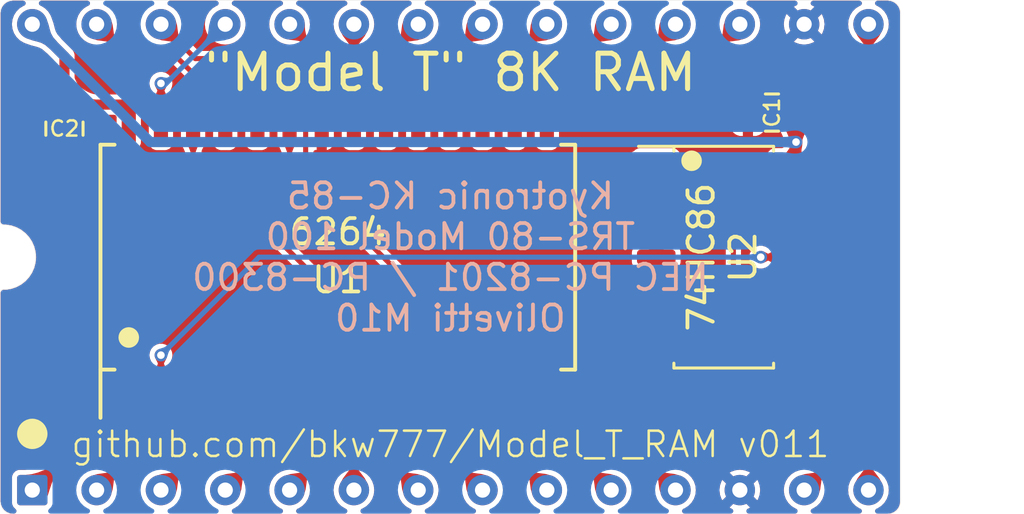
<source format=kicad_pcb>
(kicad_pcb (version 20221018) (generator pcbnew)
  (title_block (title "Model T 8K RAM Module") (date "2022-09-21") (rev "011") (company "b.kenyon.w@gmail.com") (comment 1 "github.com/bkw777/Model_T_RAM"))
  (layers (0 "F.Cu" signal) (31 "B.Cu" signal) (34 "B.Paste" user) (35 "F.Paste" user) (36 "B.SilkS" user "B.Silkscreen") (37 "F.SilkS" user "F.Silkscreen") (38 "B.Mask" user) (39 "F.Mask" user) (44 "Edge.Cuts" user))
  (net 0 "")
  (net 1 "/~{CS_C}")
  (net 2 "/~{CS_D}")
  (net 3 "GND")
  (net 4 "/~{CS_A}")
  (net 5 "/~{CS_B}")
  (net 6 "VCC")
  (net 7 "/CE2")
  (net 8 "/A11")
  (net 9 "/A12")
  (net 10 "Net-(U2-Pad3)")
  (net 11 "/A7")
  (net 12 "/A6")
  (net 13 "/A5")
  (net 14 "/AD3")
  (net 15 "/A4")
  (net 16 "/AD4")
  (net 17 "/A3")
  (net 18 "/AD5")
  (net 19 "/A2")
  (net 20 "/AD6")
  (net 21 "/A1")
  (net 22 "/AD7")
  (net 23 "/A0")
  (net 24 "/AD0")
  (net 25 "/A10")
  (net 26 "/AD1")
  (net 27 "/AD2")
  (net 28 "/~{WE}")
  (net 29 "/A9")
  (net 30 "/A8")
  (net 31 "/RAM_RST")
  (footprint "000_LOCAL:DIP28_725mils_pcb_pins" (layer "F.Cu") (at 147.32 99.06 90)
    (fp_text reference "J1" hide)
    (fp_text value "KC-85_RAM")
    (fp_line (start -10.16 -17.272) (end -10.16 17.272) (stroke (width 0.01)) (layer "Edge.Cuts"))
    (fp_line (start -9.652 -17.78) (end -1.397 -17.78) (stroke (width 0.01)) (layer "Edge.Cuts"))
    (fp_line (start -9.652 17.78) (end 9.652 17.78) (stroke (width 0.01)) (layer "Edge.Cuts"))
    (fp_line (start 1.397 -17.78) (end 9.652 -17.78) (stroke (width 0.01)) (layer "Edge.Cuts"))
    (fp_line (start 10.16 17.272) (end 10.16 -17.272) (stroke (width 0.01)) (layer "Edge.Cuts"))
    (fp_arc (start -10.16 -17.272) (mid -10.01121 -17.63121) (end -9.652 -17.78) (stroke (width 0.01)) (layer "Edge.Cuts"))
    (fp_arc (start -9.652 17.78) (mid -10.01121 17.63121) (end -10.16 17.272) (stroke (width 0.01)) (layer "Edge.Cuts"))
    (fp_arc (start -1.397 -17.78) (mid -1.307197 -17.742803) (end -1.27 -17.653) (stroke (width 0.01)) (layer "Edge.Cuts"))
    (fp_arc (start 1.27 -17.653) (mid 0 -16.383) (end -1.27 -17.653) (stroke (width 0.01)) (layer "Edge.Cuts"))
    (fp_arc (start 1.27 -17.653) (mid 1.307197 -17.742803) (end 1.397 -17.78) (stroke (width 0.01)) (layer "Edge.Cuts"))
    (fp_arc (start 9.652 -17.78) (mid 10.01121 -17.63121) (end 10.16 -17.272) (stroke (width 0.01)) (layer "Edge.Cuts"))
    (fp_arc (start 10.16 17.272) (mid 10.01121 17.63121) (end 9.652 17.78) (stroke (width 0.01)) (layer "Edge.Cuts"))
    (pad "1" thru_hole roundrect (at -9.2075 -16.51 90) (size 1.2 1.2) (drill 0.6) (layers "*.Cu" "*.Mask") (roundrect_rratio 0.1) (net 11 "/A7"))
    (pad "2" thru_hole circle (at -9.2075 -13.97 90) (size 1.2 1.2) (drill 0.6) (layers "*.Cu" "*.Mask") (net 12 "/A6"))
    (pad "3" thru_hole circle (at -9.2075 -11.43 90) (size 1.2 1.2) (drill 0.6) (layers "*.Cu" "*.Mask") (net 13 "/A5"))
    (pad "4" thru_hole circle (at -9.2075 -8.89 90) (size 1.2 1.2) (drill 0.6) (layers "*.Cu" "*.Mask") (net 15 "/A4"))
    (pad "5" thru_hole circle (at -9.2075 -6.35 90) (size 1.2 1.2) (drill 0.6) (layers "*.Cu" "*.Mask") (net 17 "/A3"))
    (pad "6" thru_hole circle (at -9.2075 -3.81 90) (size 1.2 1.2) (drill 0.6) (layers "*.Cu" "*.Mask") (net 19 "/A2"))
    (pad "7" thru_hole circle (at -9.2075 -1.27 90) (size 1.2 1.2) (drill 0.6) (layers "*.Cu" "*.Mask") (net 21 "/A1"))
    (pad "8" thru_hole circle (at -9.2075 1.27 90) (size 1.2 1.2) (drill 0.6) (layers "*.Cu" "*.Mask") (net 23 "/A0"))
    (pad "9" thru_hole circle (at -9.2075 3.81 90) (size 1.2 1.2) (drill 0.6) (layers "*.Cu" "*.Mask") (net 24 "/AD0"))
    (pad "10" thru_hole circle (at -9.2075 6.35 90) (size 1.2 1.2) (drill 0.6) (layers "*.Cu" "*.Mask") (net 26 "/AD1"))
    (pad "11" thru_hole circle (at -9.2075 8.89 90) (size 1.2 1.2) (drill 0.6) (layers "*.Cu" "*.Mask") (net 27 "/AD2"))
    (pad "12" thru_hole circle (at -9.2075 11.43 90) (size 1.2 1.2) (drill 0.6) (layers "*.Cu" "*.Mask") (net 3 "GND"))
    (pad "13" thru_hole circle (at -9.2075 13.97 90) (size 1.2 1.2) (drill 0.6) (layers "*.Cu" "*.Mask") (net 4 "/~{CS_A}"))
    (pad "14" thru_hole circle (at -9.2075 16.51 90) (size 1.2 1.2) (drill 0.6) (layers "*.Cu" "*.Mask") (net 5 "/~{CS_B}"))
    (pad "15" thru_hole circle (at 9.2075 16.51 90) (size 1.2 1.2) (drill 0.6) (layers "*.Cu" "*.Mask") (net 1 "/~{CS_C}"))
    (pad "16" thru_hole circle (at 9.2075 13.97 90) (size 1.2 1.2) (drill 0.6) (layers "*.Cu" "*.Mask") (net 3 "GND"))
    (pad "17" thru_hole circle (at 9.2075 11.43 90) (size 1.2 1.2) (drill 0.6) (layers "*.Cu" "*.Mask") (net 14 "/AD3"))
    (pad "18" thru_hole circle (at 9.2075 8.89 90) (size 1.2 1.2) (drill 0.6) (layers "*.Cu" "*.Mask") (net 16 "/AD4"))
    (pad "19" thru_hole circle (at 9.2075 6.35 90) (size 1.2 1.2) (drill 0.6) (layers "*.Cu" "*.Mask") (net 18 "/AD5"))
    (pad "20" thru_hole circle (at 9.2075 3.81 90) (size 1.2 1.2) (drill 0.6) (layers "*.Cu" "*.Mask") (net 20 "/AD6"))
    (pad "21" thru_hole circle (at 9.2075 1.27 90) (size 1.2 1.2) (drill 0.6) (layers "*.Cu" "*.Mask") (net 22 "/AD7"))
    (pad "22" thru_hole circle (at 9.2075 -1.27 90) (size 1.2 1.2) (drill 0.6) (layers "*.Cu" "*.Mask") (net 31 "/RAM_RST"))
    (pad "23" thru_hole circle (at 9.2075 -3.81 90) (size 1.2 1.2) (drill 0.6) (layers "*.Cu" "*.Mask") (net 25 "/A10"))
    (pad "24" thru_hole circle (at 9.2075 -6.35 90) (size 1.2 1.2) (drill 0.6) (layers "*.Cu" "*.Mask") (net 2 "/~{CS_D}"))
    (pad "25" thru_hole circle (at 9.2075 -8.89 90) (size 1.2 1.2) (drill 0.6) (layers "*.Cu" "*.Mask") (net 28 "/~{WE}"))
    (pad "26" thru_hole circle (at 9.2075 -11.43 90) (size 1.2 1.2) (drill 0.6) (layers "*.Cu" "*.Mask") (net 29 "/A9"))
    (pad "27" thru_hole circle (at 9.2075 -13.97 90) (size 1.2 1.2) (drill 0.6) (layers "*.Cu" "*.Mask") (net 30 "/A8"))
    (pad "28" thru_hole circle (at 9.2075 -16.51 90) (size 1.2 1.2) (drill 0.6) (layers "*.Cu" "*.Mask") (net 6 "VCC"))
  )
  (footprint "000_LOCAL:SOIC-14_4x9" (layer "F.Cu") (at 158.115 99.06)
    (fp_text reference "U2" (at 0.762 0 90) (layer "F.SilkS"))
    (fp_text value "74HC86" (at -0.889 0 90) (layer "F.SilkS"))
    (fp_line (start -3.3655 -4.3815) (end 1.9685 -4.3815) (stroke (width 0.12)) (layer "F.SilkS"))
    (fp_line (start -1.9685 -4.191) (end -1.9685 -4.3815) (stroke (width 0.12)) (layer "F.SilkS"))
    (fp_line (start -1.9685 4.191) (end -1.9685 4.3815) (stroke (width 0.12)) (layer "F.SilkS"))
    (fp_line (start -1.9685 4.3815) (end 1.9685 4.3815) (stroke (width 0.12)) (layer "F.SilkS"))
    (fp_line (start 1.9685 -4.191) (end 1.9685 -4.3815) (stroke (width 0.12)) (layer "F.SilkS"))
    (fp_line (start 1.9685 4.3815) (end 1.9685 4.191) (stroke (width 0.12)) (layer "F.SilkS"))
    (fp_circle (center -1.27 -3.81) (end -1.0668 -3.81) (stroke (width 0.4064)) (fill none) (layer "F.SilkS"))
    (pad "1" smd roundrect (at -2.6655 -3.81) (size 1.524 0.6) (layers "F.Cu" "F.Paste" "F.Mask") (net 2 "/~{CS_D}"))
    (pad "2" smd roundrect (at -2.6655 -2.54) (size 1.524 0.6) (layers "F.Cu" "F.Paste" "F.Mask") (net 1 "/~{CS_C}"))
    (pad "3" smd roundrect (at -2.6655 -1.27) (size 1.524 0.6) (layers "F.Cu" "F.Paste" "F.Mask") (net 10 "Net-(U2-Pad3)"))
    (pad "4" smd roundrect (at -2.6655 0) (size 1.524 0.6) (layers "F.Cu" "F.Paste" "F.Mask") (net 10 "Net-(U2-Pad3)"))
    (pad "5" smd roundrect (at -2.6655 1.27) (size 1.524 0.6) (layers "F.Cu" "F.Paste" "F.Mask") (net 8 "/A11"))
    (pad "6" smd roundrect (at -2.6655 2.54) (size 1.524 0.6) (layers "F.Cu" "F.Paste" "F.Mask") (net 7 "/CE2"))
    (pad "7" smd roundrect (at -2.6655 3.81) (size 1.524 0.6) (layers "F.Cu" "F.Paste" "F.Mask") (net 3 "GND"))
    (pad "8" smd roundrect (at 2.6655 3.81) (size 1.524 0.6) (layers "F.Cu" "F.Paste" "F.Mask") (net 8 "/A11"))
    (pad "9" smd roundrect (at 2.6655 2.54) (size 1.524 0.6) (layers "F.Cu" "F.Paste" "F.Mask") (net 4 "/~{CS_A}"))
    (pad "10" smd roundrect (at 2.6655 1.27) (size 1.524 0.6) (layers "F.Cu" "F.Paste" "F.Mask") (net 5 "/~{CS_B}"))
    (pad "11" smd roundrect (at 2.6655 0) (size 1.524 0.6) (layers "F.Cu" "F.Paste" "F.Mask") (net 9 "/A12"))
    (pad "12" smd roundrect (at 2.6655 -1.27) (size 1.524 0.6) (layers "F.Cu" "F.Paste" "F.Mask") (net 4 "/~{CS_A}"))
    (pad "13" smd roundrect (at 2.6655 -2.54) (size 1.524 0.6) (layers "F.Cu" "F.Paste" "F.Mask") (net 1 "/~{CS_C}"))
    (pad "14" smd roundrect (at 2.6655 -3.81) (size 1.524 0.6) (layers "F.Cu" "F.Paste" "F.Mask") (net 6 "VCC"))
  )
  (footprint "000_LOCAL:C_0805" (layer "F.Cu") (at 160.02 93.345 180)
    (fp_text reference "C1" (at 0 0 90) (layer "F.SilkS") (effects (font (size 0.6 0.6) (thickness 0.1))))
    (fp_text value "0.1u")
    (fp_line (start -0.261252 -0.735) (end 0.261252 -0.735) (stroke (width 0.12)) (layer "F.SilkS"))
    (fp_line (start -0.261252 0.735) (end 0.261252 0.735) (stroke (width 0.12)) (layer "F.SilkS"))
    (pad "1" smd roundrect (at -0.95 0 180) (size 1 1.45) (layers "F.Cu" "F.Paste" "F.Mask") (net 6 "VCC"))
    (pad "2" smd roundrect (at 0.95 0 180) (size 1 1.45) (layers "F.Cu" "F.Paste" "F.Mask") (net 3 "GND"))
  )
  (footprint "000_LOCAL:C_0805" (layer "F.Cu") (at 132.08 93.98 -90)
    (fp_text reference "C2" (at 0 0 unlocked) (layer "F.SilkS") (effects (font (size 0.6 0.6) (thickness 0.1))))
    (fp_text value "0.1u")
    (fp_line (start -0.261252 -0.735) (end 0.261252 -0.735) (stroke (width 0.12)) (layer "F.SilkS"))
    (fp_line (start -0.261252 0.735) (end 0.261252 0.735) (stroke (width 0.12)) (layer "F.SilkS"))
    (pad "1" smd roundrect (at -0.95 0 270) (size 1 1.45) (layers "F.Cu" "F.Paste" "F.Mask") (net 6 "VCC"))
    (pad "2" smd roundrect (at 0.95 0 270) (size 1 1.45) (layers "F.Cu" "F.Paste" "F.Mask") (net 3 "GND"))
  )
  (footprint "000_LOCAL:SSOP-28" (layer "F.Cu") (at 142.875 99.06 90)
    (fp_text reference "U1" (at -0.9 0) (layer "F.SilkS"))
    (fp_text value "6264" (at 1 0) (layer "F.SilkS"))
    (fp_line (start -4.445 -9.3726) (end -4.445 -8.81634) (stroke (width 0.1524)) (layer "F.SilkS"))
    (fp_line (start -4.445 8.81634) (end -4.445 9.3726) (stroke (width 0.1524)) (layer "F.SilkS"))
    (fp_line (start -4.445 9.3726) (end 4.445 9.3726) (stroke (width 0.1524)) (layer "F.SilkS"))
    (fp_line (start 4.445 -9.3726) (end -6.35 -9.3726) (stroke (width 0.1524)) (layer "F.SilkS"))
    (fp_line (start 4.445 -8.81634) (end 4.445 -9.3726) (stroke (width 0.1524)) (layer "F.SilkS"))
    (fp_line (start 4.445 9.3726) (end 4.445 8.81634) (stroke (width 0.1524)) (layer "F.SilkS"))
    (fp_circle (center -3.175 -8.255) (end -2.9718 -8.255) (stroke (width 0.4064)) (fill none) (layer "F.SilkS"))
    (pad "1" smd roundrect (at -5.4229 -8.255 90) (size 1.9812 0.5588) (layers "F.Cu" "F.Paste" "F.Mask"))
    (pad "2" smd roundrect (at -5.4229 -6.985 90) (size 1.9812 0.5588) (layers "F.Cu" "F.Paste" "F.Mask") (net 9 "/A12"))
    (pad "3" smd roundrect (at -5.4229 -5.715 90) (size 1.9812 0.5588) (layers "F.Cu" "F.Paste" "F.Mask") (net 11 "/A7"))
    (pad "4" smd roundrect (at -5.4229 -4.445 90) (size 1.9812 0.5588) (layers "F.Cu" "F.Paste" "F.Mask") (net 12 "/A6"))
    (pad "5" smd roundrect (at -5.4229 -3.175 90) (size 1.9812 0.5588) (layers "F.Cu" "F.Paste" "F.Mask") (net 13 "/A5"))
    (pad "6" smd roundrect (at -5.4229 -1.905 90) (size 1.9812 0.5588) (layers "F.Cu" "F.Paste" "F.Mask") (net 15 "/A4"))
    (pad "7" smd roundrect (at -5.4229 -0.635 90) (size 1.9812 0.5588) (layers "F.Cu" "F.Paste" "F.Mask") (net 17 "/A3"))
    (pad "8" smd roundrect (at -5.4229 0.635 90) (size 1.9812 0.5588) (layers "F.Cu" "F.Paste" "F.Mask") (net 19 "/A2"))
    (pad "9" smd roundrect (at -5.4229 1.905 90) (size 1.9812 0.5588) (layers "F.Cu" "F.Paste" "F.Mask") (net 21 "/A1"))
    (pad "10" smd roundrect (at -5.4229 3.175 90) (size 1.9812 0.5588) (layers "F.Cu" "F.Paste" "F.Mask") (net 23 "/A0"))
    (pad "11" smd roundrect (at -5.4229 4.445 90) (size 1.9812 0.5588) (layers "F.Cu" "F.Paste" "F.Mask") (net 24 "/AD0"))
    (pad "12" smd roundrect (at -5.4229 5.715 90) (size 1.9812 0.5588) (layers "F.Cu" "F.Paste" "F.Mask") (net 26 "/AD1"))
    (pad "13" smd roundrect (at -5.4229 6.985 90) (size 1.9812 0.5588) (layers "F.Cu" "F.Paste" "F.Mask") (net 27 "/AD2"))
    (pad "14" smd roundrect (at -5.4229 8.255 90) (size 1.9812 0.5588) (layers "F.Cu" "F.Paste" "F.Mask") (net 3 "GND"))
    (pad "15" smd roundrect (at 5.4229 8.255 90) (size 1.9812 0.5588) (layers "F.Cu" "F.Paste" "F.Mask") (net 14 "/AD3"))
    (pad "16" smd roundrect (at 5.4229 6.985 90) (size 1.9812 0.5588) (layers "F.Cu" "F.Paste" "F.Mask") (net 16 "/AD4"))
    (pad "17" smd roundrect (at 5.4229 5.715 90) (size 1.9812 0.5588) (layers "F.Cu" "F.Paste" "F.Mask") (net 18 "/AD5"))
    (pad "18" smd roundrect (at 5.4229 4.445 90) (size 1.9812 0.5588) (layers "F.Cu" "F.Paste" "F.Mask") (net 20 "/AD6"))
    (pad "19" smd roundrect (at 5.4229 3.175 90) (size 1.9812 0.5588) (layers "F.Cu" "F.Paste" "F.Mask") (net 22 "/AD7"))
    (pad "20" smd roundrect (at 5.4229 1.905 90) (size 1.9812 0.5588) (layers "F.Cu" "F.Paste" "F.Mask") (net 31 "/RAM_RST"))
    (pad "21" smd roundrect (at 5.4229 0.635 90) (size 1.9812 0.5588) (layers "F.Cu" "F.Paste" "F.Mask") (net 25 "/A10"))
    (pad "22" smd roundrect (at 5.4229 -0.635 90) (size 1.9812 0.5588) (layers "F.Cu" "F.Paste" "F.Mask") (net 3 "GND"))
    (pad "23" smd roundrect (at 5.4229 -1.905 90) (size 1.9812 0.5588) (layers "F.Cu" "F.Paste" "F.Mask") (net 8 "/A11"))
    (pad "24" smd roundrect (at 5.4229 -3.175 90) (size 1.9812 0.5588) (layers "F.Cu" "F.Paste" "F.Mask") (net 29 "/A9"))
    (pad "25" smd roundrect (at 5.4229 -4.445 90) (size 1.9812 0.5588) (layers "F.Cu" "F.Paste" "F.Mask") (net 30 "/A8"))
    (pad "26" smd roundrect (at 5.4229 -5.715 90) (size 1.9812 0.5588) (layers "F.Cu" "F.Paste" "F.Mask") (net 7 "/CE2"))
    (pad "27" smd roundrect (at 5.4229 -6.985 90) (size 1.9812 0.5588) (layers "F.Cu" "F.Paste" "F.Mask") (net 28 "/~{WE}"))
    (pad "28" smd roundrect (at 5.4229 -8.255 90) (size 1.9812 0.5588) (layers "F.Cu" "F.Paste" "F.Mask") (net 6 "VCC"))
  )
  (gr_circle (center 130.81 106.045) (end 130.81 105.745) (stroke (width 0.6)) (fill none) (layer "F.SilkS"))
  (gr_text "Kyotronic KC-85\nTRS-80 Model 100\nNEC PC-8201 / PC-8300\nOlivetti M10" (at 147.32 99.06) (layer "B.SilkS") (effects (font (size 1 1)) (justify mirror)))
  (gr_text "${COMMENT1} v${REVISION}" (at 147.32 106.46) (layer "F.SilkS") (effects (font (size 1 1) (thickness 0.1))))
  (gr_text "\"Model T\" 8K RAM" (at 147.32 91.76) (layer "F.SilkS") (effects (font (size 1.4 1.4) (thickness 0.2))))
  (segment (start 162.06 96.52) (end 163.83 94.75) (width 0.2) (layer "F.Cu") (net 1))
  (segment (start 160.7805 96.52) (end 162.06 96.52) (width 0.2) (layer "F.Cu") (net 1))
  (segment (start 163.83 94.75) (end 163.83 89.8525) (width 0.2) (layer "F.Cu") (net 1))
  (segment (start 155.4495 96.52) (end 160.7805 96.52) (width 0.2) (layer "F.Cu") (net 1))
  (segment (start 141.605 95.145) (end 141.605 90.4875) (width 0.2) (layer "F.Cu") (net 2))
  (segment (start 155.4495 95.25) (end 153.67 95.25) (width 0.2) (layer "F.Cu") (net 2))
  (segment (start 141.605 90.4875) (end 140.97 89.8525) (width 0.2) (layer "F.Cu") (net 2))
  (segment (start 142.091 95.631) (end 141.605 95.145) (width 0.2) (layer "F.Cu") (net 2))
  (segment (start 153.67 95.25) (end 153.289 95.631) (width 0.2) (layer "F.Cu") (net 2))
  (segment (start 153.289 95.631) (end 142.091 95.631) (width 0.2) (layer "F.Cu") (net 2))
  (segment (start 161.925 101.6) (end 162.56 102.235) (width 0.2) (layer "F.Cu") (net 4))
  (segment (start 160.7805 97.79) (end 159.258 97.79) (width 0.2) (layer "F.Cu") (net 4))
  (segment (start 158.496 100.457) (end 159.639 101.6) (width 0.2) (layer "F.Cu") (net 4))
  (segment (start 158.496 98.552) (end 158.496 100.457) (width 0.2) (layer "F.Cu") (net 4))
  (segment (start 160.7805 101.6) (end 161.925 101.6) (width 0.2) (layer "F.Cu") (net 4))
  (segment (start 162.56 102.235) (end 162.56 106.9975) (width 0.2) (layer "F.Cu") (net 4))
  (segment (start 159.258 97.79) (end 158.496 98.552) (width 0.2) (layer "F.Cu") (net 4))
  (segment (start 159.639 101.6) (end 160.7805 101.6) (width 0.2) (layer "F.Cu") (net 4))
  (segment (start 162.56 106.9975) (end 161.29 108.2675) (width 0.2) (layer "F.Cu") (net 4))
  (segment (start 160.7805 100.33) (end 162.052 100.33) (width 0.2) (layer "F.Cu") (net 5))
  (segment (start 163.83 102.108) (end 163.83 108.2675) (width 0.2) (layer "F.Cu") (net 5))
  (segment (start 162.052 100.33) (end 163.83 102.108) (width 0.2) (layer "F.Cu") (net 5))
  (segment (start 160.97 94.51) (end 160.97 95.0605) (width 0.4) (layer "F.Cu") (net 6))
  (segment (start 160.97 93.345) (end 160.97 94.51) (width 0.4) (layer "F.Cu") (net 6))
  (segment (start 132.08 93.03) (end 132.08 91.1225) (width 0.4) (layer "F.Cu") (net 6))
  (segment (start 132.08 93.03) (end 134.62 93.03) (width 0.4) (layer "F.Cu") (net 6))
  (segment (start 160.97 95.0605) (end 160.7805 95.25) (width 0.4) (layer "F.Cu") (net 6))
  (segment (start 132.08 91.1225) (end 130.81 89.8525) (width 0.4) (layer "F.Cu") (net 6))
  (segment (start 134.62 93.03) (end 134.62 93.6371) (width 0.4) (layer "F.Cu") (net 6))
  (via (at 160.97 94.51) (size 0.5) (drill 0.3) (layers "F.Cu" "B.Cu") (net 6))
  (segment (start 135.4675 94.51) (end 130.81 89.8525) (width 0.4) (layer "B.Cu") (net 6))
  (segment (start 160.97 94.51) (end 135.4675 94.51) (width 0.4) (layer "B.Cu") (net 6))
  (segment (start 137.16 95.02) (end 143.74 101.6) (width 0.2) (layer "F.Cu") (net 7))
  (segment (start 143.74 101.6) (end 155.4495 101.6) (width 0.2) (layer "F.Cu") (net 7))
  (segment (start 137.16 93.6371) (end 137.16 95.02) (width 0.2) (layer "F.Cu") (net 7))
  (segment (start 140.97 95.36) (end 140.97 93.6371) (width 0.2) (layer "F.Cu") (net 8))
  (segment (start 145.94 100.33) (end 140.97 95.36) (width 0.2) (layer "F.Cu") (net 8))
  (segment (start 155.4495 100.33) (end 145.94 100.33) (width 0.2) (layer "F.Cu") (net 8))
  (segment (start 159.4485 102.87) (end 160.7805 102.87) (width 0.2) (layer "F.Cu") (net 8))
  (segment (start 155.4495 100.33) (end 156.9085 100.33) (width 0.2) (layer "F.Cu") (net 8))
  (segment (start 156.9085 100.33) (end 159.4485 102.87) (width 0.2) (layer "F.Cu") (net 8))
  (segment (start 135.89 102.9335) (end 135.89 104.4829) (width 0.2) (layer "F.Cu") (net 9))
  (segment (start 159.5755 99.06) (end 160.7805 99.06) (width 0.2) (layer "F.Cu") (net 9))
  (via (at 159.5755 99.06) (size 0.5) (drill 0.3) (layers "F.Cu" "B.Cu") (net 9))
  (via (at 135.89 102.9335) (size 0.5) (drill 0.3) (layers "F.Cu" "B.Cu") (net 9))
  (segment (start 159.5755 99.06) (end 139.7635 99.06) (width 0.2) (layer "B.Cu") (net 9))
  (segment (start 139.7635 99.06) (end 135.89 102.9335) (width 0.2) (layer "B.Cu") (net 9))
  (segment (start 155.4495 99.06) (end 155.4495 97.79) (width 0.2) (layer "F.Cu") (net 10))
  (segment (start 137.16 105.72) (end 137.16 104.4829) (width 0.2) (layer "F.Cu") (net 11))
  (segment (start 133.0325 106.045) (end 136.835 106.045) (width 0.2) (layer "F.Cu") (net 11))
  (segment (start 136.835 106.045) (end 137.16 105.72) (width 0.2) (layer "F.Cu") (net 11))
  (segment (start 130.81 108.2675) (end 133.0325 106.045) (width 0.2) (layer "F.Cu") (net 11))
  (segment (start 135.0575 106.56) (end 137.57 106.56) (width 0.2) (layer "F.Cu") (net 12))
  (segment (start 138.43 105.7) (end 138.43 104.4829) (width 0.2) (layer "F.Cu") (net 12))
  (segment (start 137.57 106.56) (end 138.43 105.7) (width 0.2) (layer "F.Cu") (net 12))
  (segment (start 133.35 108.2675) (end 135.0575 106.56) (width 0.2) (layer "F.Cu") (net 12))
  (segment (start 137.0475 107.11) (end 138.32 107.11) (width 0.2) (layer "F.Cu") (net 13))
  (segment (start 135.89 108.2675) (end 137.0475 107.11) (width 0.2) (layer "F.Cu") (net 13))
  (segment (start 139.7 105.73) (end 139.7 104.4829) (width 0.2) (layer "F.Cu") (net 13))
  (segment (start 138.32 107.11) (end 139.7 105.73) (width 0.2) (layer "F.Cu") (net 13))
  (segment (start 151.13 92.7735) (end 151.13 93.6371) (width 0.2) (layer "F.Cu") (net 14))
  (segment (start 158.75 89.8525) (end 155.829 92.7735) (width 0.2) (layer "F.Cu") (net 14))
  (segment (start 155.829 92.7735) (end 151.13 92.7735) (width 0.2) (layer "F.Cu") (net 14))
  (segment (start 140.79 104.6629) (end 140.97 104.4829) (width 0.2) (layer "F.Cu") (net 15))
  (segment (start 138.43 108.2675) (end 140.97 105.7275) (width 0.2) (layer "F.Cu") (net 15))
  (segment (start 140.97 105.7275) (end 140.97 104.4829) (width 0.2) (layer "F.Cu") (net 15))
  (segment (start 156.21 89.8525) (end 153.9025 92.16) (width 0.2) (layer "F.Cu") (net 16))
  (segment (start 149.86 92.37) (end 149.86 93.6371) (width 0.2) (layer "F.Cu") (net 16))
  (segment (start 150.07 92.16) (end 149.86 92.37) (width 0.2) (layer "F.Cu") (net 16))
  (segment (start 153.9025 92.16) (end 150.07 92.16) (width 0.2) (layer "F.Cu") (net 16))
  (segment (start 142.24 106.9975) (end 140.97 108.2675) (width 0.2) (layer "F.Cu") (net 17))
  (segment (start 142.24 104.4829) (end 142.24 106.9975) (width 0.2) (layer "F.Cu") (net 17))
  (segment (start 149.32 91.66) (end 151.8625 91.66) (width 0.2) (layer "F.Cu") (net 18))
  (segment (start 151.8625 91.66) (end 153.67 89.8525) (width 0.2) (layer "F.Cu") (net 18))
  (segment (start 148.59 93.6371) (end 148.59 92.39) (width 0.2) (layer "F.Cu") (net 18))
  (segment (start 148.59 92.39) (end 149.32 91.66) (width 0.2) (layer "F.Cu") (net 18))
  (segment (start 143.51 104.4829) (end 143.51 108.2675) (width 0.2) (layer "F.Cu") (net 19))
  (segment (start 147.32 93.6371) (end 147.32 92.41) (width 0.2) (layer "F.Cu") (net 20))
  (segment (start 149.8725 91.11) (end 151.13 89.8525) (width 0.2) (layer "F.Cu") (net 20))
  (segment (start 147.32 92.41) (end 148.62 91.11) (width 0.2) (layer "F.Cu") (net 20))
  (segment (start 148.62 91.11) (end 149.8725 91.11) (width 0.2) (layer "F.Cu") (net 20))
  (segment (start 144.78 106.9975) (end 146.05 108.2675) (width 0.2) (layer "F.Cu") (net 21))
  (segment (start 144.78 104.4829) (end 144.78 106.9975) (width 0.2) (layer "F.Cu") (net 21))
  (segment (start 146.05 92.3925) (end 148.59 89.8525) (width 0.2) (layer "F.Cu") (net 22))
  (segment (start 146.05 93.6371) (end 146.05 92.3925) (width 0.2) (layer "F.Cu") (net 22))
  (segment (start 146.05 104.4829) (end 146.05 105.7275) (width 0.2) (layer "F.Cu") (net 23))
  (segment (start 146.05 105.7275) (end 148.59 108.2675) (width 0.2) (layer "F.Cu") (net 23))
  (segment (start 147.32 105.76) (end 148.67 107.11) (width 0.2) (layer "F.Cu") (net 24))
  (segment (start 147.32 104.4829) (end 147.32 105.76) (width 0.2) (layer "F.Cu") (net 24))
  (segment (start 149.9725 107.11) (end 151.13 108.2675) (width 0.2) (layer "F.Cu") (net 24))
  (segment (start 148.67 107.11) (end 149.9725 107.11) (width 0.2) (layer "F.Cu") (net 24))
  (segment (start 143.51 93.6371) (end 143.51 89.8525) (width 0.2) (layer "F.Cu") (net 25))
  (segment (start 151.9625 106.56) (end 153.67 108.2675) (width 0.2) (layer "F.Cu") (net 26))
  (segment (start 148.59 104.4829) (end 148.59 105.73) (width 0.2) (layer "F.Cu") (net 26))
  (segment (start 149.42 106.56) (end 151.9625 106.56) (width 0.2) (layer "F.Cu") (net 26))
  (segment (start 148.59 105.73) (end 149.42 106.56) (width 0.2) (layer "F.Cu") (net 26))
  (segment (start 150.155 106.045) (end 153.9875 106.045) (width 0.2) (layer "F.Cu") (net 27))
  (segment (start 149.86 105.75) (end 150.155 106.045) (width 0.2) (layer "F.Cu") (net 27))
  (segment (start 153.9875 106.045) (end 156.21 108.2675) (width 0.2) (layer "F.Cu") (net 27))
  (segment (start 149.86 104.4829) (end 149.86 105.75) (width 0.2) (layer "F.Cu") (net 27))
  (segment (start 135.89 92.19) (end 135.89 93.6371) (width 0.2) (layer "F.Cu") (net 28))
  (via (at 135.89 92.19) (size 0.5) (drill 0.3) (layers "F.Cu" "B.Cu") (net 28))
  (segment (start 136.0925 92.19) (end 138.43 89.8525) (width 0.2) (layer "B.Cu") (net 28))
  (segment (start 135.89 92.19) (end 136.0925 92.19) (width 0.2) (layer "B.Cu") (net 28))
  (segment (start 137.2475 91.21) (end 138.52 91.21) (width 0.2) (layer "F.Cu") (net 29))
  (segment (start 135.89 89.8525) (end 137.2475 91.21) (width 0.2) (layer "F.Cu") (net 29))
  (segment (start 138.52 91.21) (end 139.7 92.39) (width 0.2) (layer "F.Cu") (net 29))
  (segment (start 139.7 92.39) (end 139.7 93.6371) (width 0.2) (layer "F.Cu") (net 29))
  (segment (start 137.77 91.71) (end 138.43 92.37) (width 0.2) (layer "F.Cu") (net 30))
  (segment (start 136.37 91.01) (end 137.07 91.71) (width 0.2) (layer "F.Cu") (net 30))
  (segment (start 138.43 92.37) (end 138.43 93.6371) (width 0.2) (layer "F.Cu") (net 30))
  (segment (start 134.5075 91.01) (end 136.37 91.01) (width 0.2) (layer "F.Cu") (net 30))
  (segment (start 137.07 91.71) (end 137.77 91.71) (width 0.2) (layer "F.Cu") (net 30))
  (segment (start 133.35 89.8525) (end 134.5075 91.01) (width 0.2) (layer "F.Cu") (net 30))
  (segment (start 144.78 93.6371) (end 144.78 91.1225) (width 0.2) (layer "F.Cu") (net 31))
  (segment (start 144.78 91.1225) (end 146.05 89.8525) (width 0.2) (layer "F.Cu") (net 31))
  (zone (net 3) (net_name "GND") (layer "F.Cu") (connect_pads (clearance 0.2)) (min_thickness 0.2) (fill yes (thermal_gap 0.2) (thermal_bridge_width 0.4) (smoothing fillet) (radius 0.2))
    (polygon (pts (xy 165.1 88.9) (xy 165.1 109.22) (xy 129.54 109.22) (xy 129.54 88.9)))
  )
  (zone (net 3) (net_name "GND") (layer "B.Cu") (connect_pads (clearance 0.2)) (min_thickness 0.2) (fill yes (thermal_gap 0.2) (thermal_bridge_width 0.4) (smoothing fillet) (radius 0.2))
    (polygon (pts (xy 165.1 88.9) (xy 165.1 109.22) (xy 129.54 109.22) (xy 129.54 88.9)))
  )
)
</source>
